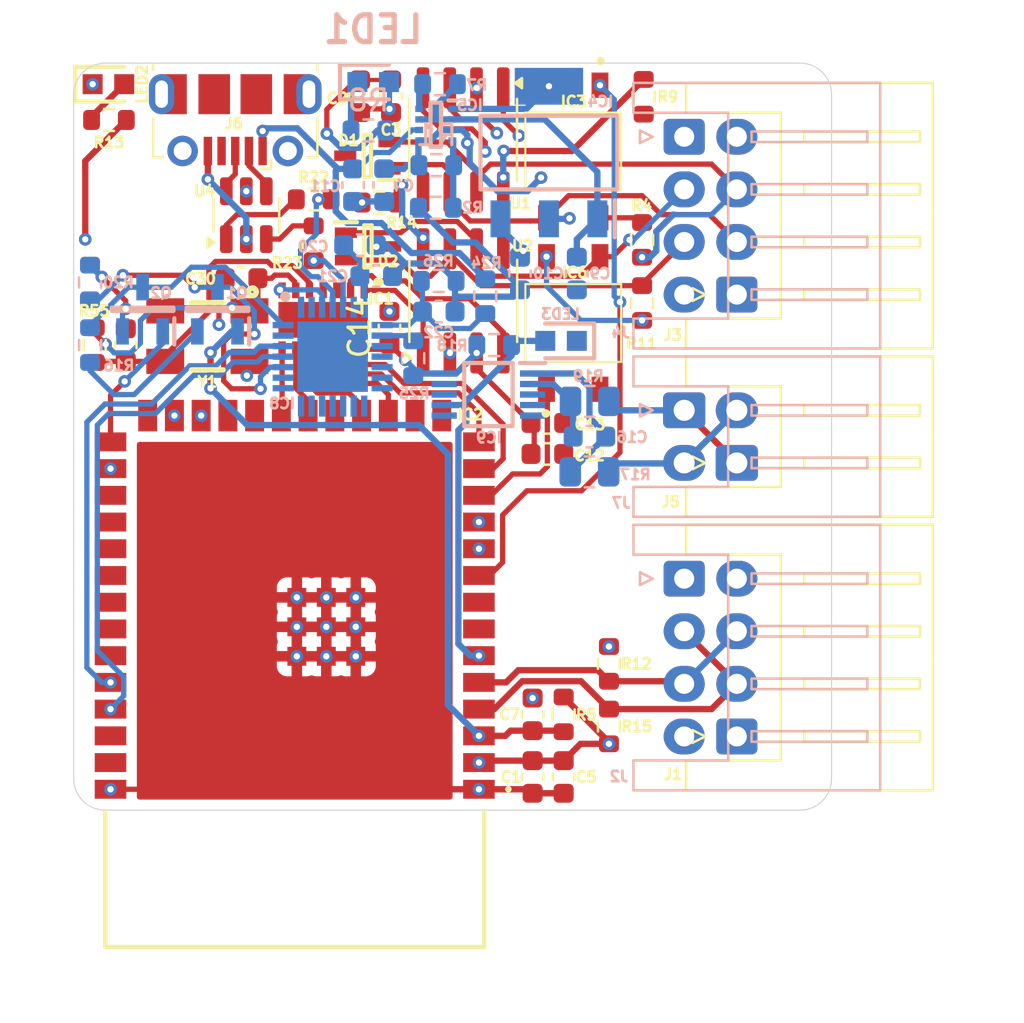
<source format=kicad_pcb>
(kicad_pcb (version 20241229) (generator "pcbnew") (generator_version "9.0")
  (layers (0 "F.Cu" signal) (4 "In1.Cu" signal) (6 "In2.Cu" signal) (2 "B.Cu" signal) (13 "F.Paste" user) (15 "B.Paste" user) (5 "F.SilkS" user "F.Silkscreen") (7 "B.SilkS" user "B.Silkscreen") (1 "F.Mask" user) (3 "B.Mask" user) (25 "Edge.Cuts" user))
  (net 0 "")
  (net 1 "+3.3V")
  (net 2 "GND")
  (net 3 "VCC")
  (net 4 "/CHIP_PU")
  (net 5 "+5V")
  (net 6 "VBUS")
  (net 7 "Net-(IC9-IN+)")
  (net 8 "Net-(IC9-IN-)")
  (net 9 "Net-(IC8-VBUS)")
  (net 10 "Net-(IC1-OSC2)")
  (net 11 "Net-(IC1-OSC1)")
  (net 12 "/CAN1-")
  (net 13 "/CAN1+")
  (net 14 "/CAN2+")
  (net 15 "/CAN2-")
  (net 16 "/CAN_2_INT")
  (net 17 "/I2C1_SDA")
  (net 18 "/UORXD")
  (net 21 "/CAN_2_INT1")
  (net 25 "/UOTXD")
  (net 26 "/USER_LED")
  (net 27 "/SPI_SCK")
  (net 28 "/SPI_MOSI")
  (net 35 "/CAN2_TERM")
  (net 37 "/CAN1_RTX")
  (net 38 "/I2C1_SCL")
  (net 39 "/HE_OUTPUT")
  (net 40 "/GPIO0")
  (net 41 "/CAN1_TERM")
  (net 43 "/CAN_2_INT0")
  (net 46 "/SPI_MISO")
  (net 47 "/CAN2_CS")
  (net 49 "/CAN1_CTX")
  (net 50 "Net-(IC3-Pad6)")
  (net 51 "Net-(IC5-PR1)")
  (net 52 "Net-(IC5-ST)")
  (net 53 "Net-(IC6-Pad6)")
  (net 63 "Net-(IC8-RSTB)")
  (net 64 "Net-(IC8-RTS)")
  (net 69 "/PROG_D+")
  (net 70 "/PROG_D-")
  (net 71 "Net-(IC8-DTR)")
  (net 78 "/WSPD-")
  (net 79 "/WSPD+")
  (net 80 "/USBM_D+")
  (net 82 "/USBM_D-")
  (net 91 "Net-(LED1-K)")
  (net 92 "Net-(LED2-A)")
  (net 93 "Net-(Q1-B)")
  (net 94 "Net-(Q2-B)")
  (net 95 "Net-(U1-Rs)")
  (net 96 "Net-(U2-Rs)")
  (net 97 "Net-(R22-Pad1)")
  (net 98 "Net-(R23-Pad2)")
  (net 100 "/CAN2_RTX")
  (net 102 "/CAN2_CTX")
  (net 105 "unconnected-(IC2-IO47-Pad24)")
  (net 106 "unconnected-(IC2-IO48-Pad25)")
  (footprint "Connector_USB:USB_Micro-B_Molex-105017-0001" (layer "F.Cu") (at 146.175 83.7125 180)
    (property "Reference" "J6")
    (property "Value" "ESP_USB")
  )
  (footprint "Capacitor_SMD:C_0603_1608Metric" (layer "F.Cu") (at 153.5 93.575 90)
    (property "Reference" "C14")
    (property "Value" "100nF")
  )
  (footprint "Capacitor_SMD:C_0603_1608Metric" (layer "F.Cu") (at 161 98.1)
    (property "Reference" "C13")
    (property "Value" "100nF")
  )
  (footprint "SDM_MiscFootprint:SOT65P210X110-3N" (layer "F.Cu") (at 152.48 89.71)
    (property "Reference" "D2")
    (property "Value" "ESDCAN03-2BWY" (hide yes))
  )
  (footprint "Resistor_SMD:R_0603_1608Metric" (layer "F.Cu") (at 165.5 92.4 90)
    (property "Reference" "R11")
    (property "Value" "120")
  )
  (footprint "SDM_MiscFootprint:SOT65P210X110-3N" (layer "F.Cu") (at 152.45 85.4 180)
    (property "Reference" "D1")
    (property "Value" "ESDCAN03-2BWY" (hide yes))
  )
  (footprint "SDM_MiscFootprint:SON65P300X450X90-15L-D" (layer "F.Cu") (at 150.35 93.2 -90)
    (property "Reference" "IC1")
    (property "Value" "MCP2518FDT-H_QBB" (hide yes))
  )
  (footprint "Connector_JST:JST_XH_S4B-XH-A_1x04_P2.50mm_Horizontal" (layer "F.Cu") (at 170 113 90)
    (property "Reference" "J1")
    (property "Value" "Conn_01x04_Socket")
  )
  (footprint "Resistor_SMD:R_0603_1608Metric" (layer "F.Cu") (at 149.9 89.56 90)
    (property "Reference" "R23")
    (property "Value" "27")
  )
  (footprint "Resistor_SMD:R_0603_1608Metric" (layer "F.Cu") (at 165.575 82.6 90)
    (property "Reference" "R9")
    (property "Value" "10k")
  )
  (footprint "Capacitor_SMD:C_0603_1608Metric" (layer "F.Cu") (at 146.475 91.225 180)
    (property "Reference" "C30")
    (property "Value" "15pF")
  )
  (footprint "Resistor_SMD:R_0603_1608Metric" (layer "F.Cu") (at 149.9 87.475)
    (property "Reference" "R22")
    (property "Value" "27")
  )
  (footprint "Resistor_SMD:R_0603_1608Metric" (layer "F.Cu") (at 140.175 83.7 180)
    (property "Reference" "R13")
    (property "Value" "5.05")
  )
  (footprint "MountingHole:MountingHole_3.2mm_M3" (layer "F.Cu") (at 162 105)
    (property "Reference" "H2" (hide yes))
    (property "Value" "M3")
  )
  (footprint "SDM_MiscFootprint:ESP32S3WROOM1N8R8" (layer "F.Cu") (at 149 110.25 180)
    (property "Reference" "IC2")
    (property "Value" "ESP32-S3-WROOM-1-N8R8" (hide yes))
  )
  (footprint "SDM_MiscFootprint:TLP266J" (layer "F.Cu") (at 162.23 85.25 -90)
    (property "Reference" "IC3")
    (property "Value" "TLP175A_TPL,E" (hide yes))
  )
  (footprint "Connector_JST:JST_XH_S4B-XH-A_1x04_P2.50mm_Horizontal" (layer "F.Cu") (at 170 92 90)
    (property "Reference" "J3")
    (property "Value" "Conn_01x04_Socket")
  )
  (footprint "Resistor_SMD:R_0603_1608Metric" (layer "F.Cu") (at 161.775 111.95 -90)
    (property "Reference" "R5")
    (property "Value" "10k")
  )
  (footprint "SDM_MiscFootprint:TLP266J" (layer "F.Cu") (at 162.23 93.3 90)
    (property "Reference" "IC6")
    (property "Value" "TLP175A_TPL,E" (hide yes))
  )
  (footprint "Resistor_SMD:R_0603_1608Metric" (layer "F.Cu") (at 139.5 94.4 90)
    (property "Reference" "R55")
    (property "Value" "1M")
  )
  (footprint "Package_TO_SOT_SMD:SOT-23-6" (layer "F.Cu") (at 146.7 88.225 90)
    (property "Reference" "U4")
    (property "Value" "USBLC6-2SC6")
  )
  (footprint "Capacitor_SMD:C_0603_1608Metric" (layer "F.Cu") (at 160.3 114.925 -90)
    (property "Reference" "C1")
    (property "Value" "10uF")
  )
  (footprint "Capacitor_SMD:C_0603_1608Metric" (layer "F.Cu") (at 152.1 82.575 90)
    (property "Reference" "C2")
    (property "Value" "100nF")
  )
  (footprint "Resistor_SMD:R_0603_1608Metric" (layer "F.Cu") (at 163.925 109.55 90)
    (property "Reference" "R12")
    (property "Value" "2.2k")
  )
  (footprint "Capacitor_SMD:C_0603_1608Metric" (layer "F.Cu") (at 161 99.575)
    (property "Reference" "C12")
    (property "Value" "100nF")
  )
  (footprint "Capacitor_SMD:C_0603_1608Metric" (layer "F.Cu") (at 160.3 111.95 90)
    (property "Reference" "C7")
    (property "Value" "1uF")
  )
  (footprint "Connector_JST:JST_XH_S2B-XH-A_1x02_P2.50mm_Horizontal" (layer "F.Cu") (at 170 100 90)
    (property "Reference" "J5")
    (property "Value" "Conn_01x02_Socket")
  )
  (footprint "SDM_MiscFootprint:LEDC1608X80N" (layer "F.Cu") (at 140.15 82)
    (property "Reference" "LED2")
    (property "Value" "150060GS75000" (hide yes))
  )
  (footprint "SDM_MiscFootprint:ABM3B" (layer "F.Cu") (at 144.85 93.975 180)
    (property "Reference" "Y1")
    (property "Value" "ABM3B-20.000MHZ-10-1-U-T" (hide yes))
  )
  (footprint "MountingHole:MountingHole_3.2mm_M3" (layer "F.Cu") (at 142 88.5)
    (property "Reference" "H1" (hide yes))
    (property "Value" "M3")
  )
  (footprint "Package_SO:SOIC-8_3.9x4.9mm_P1.27mm" (layer "F.Cu") (at 157.005 92.3 90)
    (property "Reference" "U2")
    (property "Value" "SN65HVD230")
  )
  (footprint "Resistor_SMD:R_0603_1608Metric" (layer "F.Cu") (at 153.025 87.625)
    (property "Reference" "R14")
    (property "Value" "10k")
  )
  (footprint "Package_SO:SOIC-8_3.9x4.9mm_P1.27mm" (layer "F.Cu") (at 157 84.65 -90)
    (property "Reference" "U1")
    (property "Value" "SN65HVD230")
  )
  (footprint "Capacitor_SMD:C_0603_1608Metric" (layer "F.Cu") (at 153.575 82.575 90)
    (property "Reference" "C3")
    (property "Value" "100nF")
  )
  (footprint "Resistor_SMD:R_0603_1608Metric" (layer "F.Cu") (at 163.925 112.525 90)
    (property "Reference" "R15")
    (property "Value" "2.2k")
  )
  (footprint "Capacitor_SMD:C_0603_1608Metric" (layer "F.Cu") (at 161.775 114.925 -90)
    (property "Reference" "C5")
    (property "Value" "100nF")
  )
  (footprint "Capacitor_SMD:C_0603_1608Metric" (layer "F.Cu") (at 140.975 94.4 -90)
    (property "Reference" "C29" (hide yes))
    (property "Value" "15pF")
  )
  (footprint "Resistor_SMD:R_0603_1608Metric" (layer "F.Cu") (at 165.5 89.4 -90)
    (property "Reference" "R4")
    (property "Value" "120")
  )
  (footprint "Resistor_SMD:R_0603_1608Metric" (layer "B.Cu") (at 152.5 84.2 180)
    (property "Reference" "R8")
    (property "Value" "68")
  )
  (footprint "SDM_MiscFootprint:QFN50P500X500X80-29N-D" (layer "B.Cu") (at 150.8 94.95 -90)
    (property "Reference" "IC8")
    (property "Value" "CP2102N-A02-GQFN28" (hide yes))
  )
  (footprint "SDM_MiscFootprint:LEDC1608X80N" (layer "B.Cu") (at 152.725 81.9)
    (property "Reference" "LED1")
    (property "Value" "150060RS75000" (hide yes))
  )
  (footprint "Capacitor_SMD:C_0603_1608Metric" (layer "B.Cu") (at 151.775 86.8 90)
    (property "Reference" "C11")
    (property "Value" "1uF")
  )
  (footprint "Resistor_SMD:R_0603_1608Metric" (layer "B.Cu") (at 139.275 91.425 -90)
    (property "Reference" "R20")
    (property "Value" "10k")
  )
  (footprint "SDM_MiscFootprint:SOP50P490X110-10L" (layer "B.Cu") (at 158.2 96.75 180)
    (property "Reference" "IC9")
    (property "Value" "MAX9924UAUB+" (hide yes))
  )
  (footprint "SDM_MiscFootprint:LEDC1608X80N" (layer "B.Cu") (at 161.65 94.2 180)
    (property "Reference" "LED3")
    (property "Value" "150060RS75000" (hide yes))
  )
  (footprint "Capacitor_SMD:C_0603_1608Metric" (layer "B.Cu") (at 152.1 89.65)
    (property "Reference" "C20")
    (property "Value" "4.7uF")
  )
  (footprint "Capacitor_SMD:C_0603_1608Metric" (layer "B.Cu") (at 155.84 92.81 180)
    (property "Reference" "C22")
    (property "Value" "1uF")
  )
  (footprint "Connector_JST:JST_XH_S4B-XH-A_1x04_P2.50mm_Horizontal" (layer "B.Cu") (at 167.5 105.5 -90)
    (property "Reference" "J2")
    (property "Value" "Conn_01x04_Socket")
  )
  (footprint "Connector_JST:JST_XH_S4B-XH-A_1x04_P2.50mm_Horizontal" (layer "B.Cu") (at 167.5 84.5 -90)
    (property "Reference" "J4")
    (property "Value" "Conn_01x04_Socket")
  )
  (footprint "Capacitor_SMD:C_0603_1608Metric" (layer "B.Cu") (at 163 98.75 180)
    (property "Reference" "C16")
    (property "Value" "1nF")
  )
  (footprint "Resistor_SMD:R_0603_1608Metric" (layer "B.Cu") (at 158.475 94.4)
    (property "Reference" "R18")
    (property "Value" "1k")
  )
  (footprint "Capacitor_SMD:C_0603_1608Metric" (layer "B.Cu") (at 159.7 91 90)
    (property "Reference" "C10")
    (property "Value" "10uF")
  )
  (footprint "Capacitor_SMD:C_0603_1608Metric" (layer "B.Cu") (at 152.87 91.12 180)
    (property "Reference" "C21")
    (property "Value" "100nF")
  )
  (footprint "Capacitor_SMD:C_0603_1608Metric" (layer "B.Cu") (at 162.4 91 90)
    (property "Reference" "C9")
    (property "Value" "10uF")
  )
  (footprint "Resistor_SMD:R_0805_2012Metric" (layer "B.Cu") (at 163.0125 97.075 180)
    (property "Reference" "R19")
    (property "Value" "10k")
  )
  (footprint "SDM_MiscFootprint:SOT230P700X180-4N" (layer "B.Cu") (at 161.075 85.25 90)
    (property "Reference" "IC4")
    (property "Value" "MIC37100-3.3WS" (hide yes))
  )
  (footprint "Connector_JST:JST_XH_S2B-XH-A_1x02_P2.50mm_Horizontal" (layer "B.Cu") (at 167.5 97.5 -90)
    (property "Reference" "J7")
    (property "Value" "Conn_01x02_Socket")
  )
  (footprint "Resistor_SMD:R_0603_1608Metric" (layer "B.Cu") (at 158.05 92.075 90)
    (property "Reference" "R24")
    (property "Value" "22.1K")
  )
  (footprint "Resistor_SMD:R_0603_1608Metric" (layer "B.Cu") (at 139.28 94.4 90)
    (property "Reference" "R16")
    (property "Value" "10k")
  )
  (footprint "Resistor_SMD:R_0603_1608Metric" (layer "B.Cu") (at 155.9 82)
    (property "Reference" "R7")
    (property "Value" "10k")
  )
  (footprint "Resistor_SMD:R_0603_1608Metric" (layer "B.Cu") (at 155.84 91.35)
    (property "Reference" "R26")
    (property "Value" "47.5k")
  )
  (footprint "Resistor_SMD:R_0805_2012Metric" (layer "B.Cu") (at 163 100.425 180)
    (property "Reference" "R17")
    (property "Value" "10k")
  )
  (footprint "Resistor_SMD:R_0603_1608Metric" (layer "B.Cu") (at 154.63 95.025 -90)
    (property "Reference" "R25")
    (property "Value" "1k")
  )
  (footprint "Resistor_SMD:R_0603_1608Metric" (layer "B.Cu") (at 155.7 87.875)
    (property "Reference" "R2")
    (property "Value" "10k")
  )
  (footprint "SDM_MiscFootprint:SOT96P237X111-3N" (layer "B.Cu") (at 141.775 92.7 90)
    (property "Reference" "Q2")
    (property "Value" "SOT96P237X111-3N" (hide yes))
  )
  (footprint "SDM_MiscFootprint:SOTFL50P160X60-8L" (layer "B.Cu") (at 155.7 83.925 180)
    (property "Reference" "IC5")
    (property "Value" "TPS2116DRLR" (hide yes))
  )
  (footprint "Resistor_SMD:R_0603_1608Metric" (layer "B.Cu") (at 155.725 85.85 180)
    (property "Reference" "R1")
    (property "Value" "10k")
  )
  (footprint "Capacitor_SMD:C_0603_1608Metric" (layer "B.Cu") (at 153.25 86.8 90)
    (property "Reference" "C4")
    (property "Value" "1uF")
  )
  (footprint "SDM_MiscFootprint:SOT96P237X111-3N" (layer "B.Cu") (at 145.33 92.7 90)
    (property "Reference" "Q1")
    (property "Value" "SOT96P237X111-3N" (hide yes))
  )
  (gr_line (start 138.5 115) (end 138.5 82.5) (stroke (width 0.05)) (layer "Edge.Cuts"))
  (gr_arc (start 140 116.5) (mid 138.93934 116.06066) (end 138.5 115) (stroke (width 0.05)) (layer "Edge.Cuts"))
  (gr_line (start 140 81) (end 173 81) (stroke (width 0.05)) (layer "Edge.Cuts"))
  (gr_arc (start 138.5 82.5) (mid 138.93934 81.43934) (end 140 81) (stroke (width 0.05)) (layer "Edge.Cuts"))
  (gr_line (start 174.5 82.5) (end 174.5 115) (stroke (width 0.05)) (layer "Edge.Cuts"))
  (gr_line (start 173 116.5) (end 140 116.5) (stroke (width 0.05)) (layer "Edge.Cuts"))
  (gr_arc (start 174.5 115) (mid 174.06066 116.06066) (end 173 116.5) (stroke (width 0.05)) (layer "Edge.Cuts"))
  (gr_arc (start 173 81) (mid 174.06066 81.43934) (end 174.5 82.5) (stroke (width 0.05)) (layer "Edge.Cuts"))
  (segment (start 156.365 82.175) (end 156.365 83.149999) (width 0.25) (layer "F.Cu") (net 1))
  (segment (start 157.84 114.15) (end 157.75 114.24) (width 0.3) (layer "F.Cu") (net 1))
  (segment (start 160.225 98.1) (end 157.64 95.515) (width 0.25) (layer "F.Cu") (net 1))
  (segment (start 162.575 113.35) (end 161.775 114.15) (width 0.3) (layer "F.Cu") (net 1))
  (segment (start 163.925 113.275) (end 163.925 113.35) (width 0.3) (layer "F.Cu") (net 1))
  (segment (start 161.775 111.125) (end 163.925 113.275) (width 0.3) (layer "F.Cu") (net 1))
  (segment (start 156.365 83.149999) (end 156.888001 83.673) (width 0.25) (layer "F.Cu") (net 1))
  (segment (start 157.64 95.515) (end 157.64 94.775) (width 0.25) (layer "F.Cu") (net 1))
  (segment (start 160.3 114.15) (end 157.84 114.15) (width 0.3) (layer "F.Cu") (net 1))
  (segment (start 153.5 83.175) (end 153.575 83.175) (width 0.25) (layer "F.Cu") (net 1))
  (segment (start 156.888001 83.673) (end 157.948 83.673) (width 0.25) (layer "F.Cu") (net 1))
  (segment (start 163.925 113.35) (end 162.575 113.35) (width 0.3) (layer "F.Cu") (net 1))
  (segment (start 152.1 83.175) (end 153.5 83.175) (width 0.25) (layer "F.Cu") (net 1))
  (segment (start 157.948 83.673) (end 158.6 84.325) (width 0.25) (layer "F.Cu") (net 1))
  (segment (start 160.375 99.575) (end 160.375 98.1) (width 0.25) (layer "F.Cu") (net 1))
  (segment (start 153.5 94.35) (end 154.25 95.1) (width 0.25) (layer "F.Cu") (net 1))
  (segment (start 153.5 94.35) (end 153.25 94.6) (width 0.25) (layer "F.Cu") (net 1))
  (segment (start 153.25 94.6) (end 152.3 94.6) (width 0.25) (layer "F.Cu") (net 1))
  (segment (start 161.775 114.15) (end 160.3 114.15) (width 0.3) (layer "F.Cu") (net 1))
  (via (at 157.64 94.775) (size 0.6) (drill 0.3) (layers "F.Cu" "B.Cu") (net 1))
  (via (at 163.925 108.725) (size 0.6) (drill 0.3) (layers "F.Cu" "B.Cu") (net 1))
  (via (at 158.6 84.325) (size 0.6) (drill 0.3) (layers "F.Cu" "B.Cu") (net 1))
  (via (at 157.75 114.24) (size 0.6) (drill 0.3) (layers "F.Cu" "B.Cu") (net 1))
  (via (at 154.25 95.1) (size 0.6) (drill 0.3) (layers "F.Cu" "B.Cu") (net 1))
  (via (at 153.5 83.175) (size 0.6) (drill 0.3) (layers "F.Cu" "B.Cu") (net 1))
  (via (at 163.925 113.35) (size 0.6) (drill 0.3) (layers "F.Cu" "B.Cu") (net 1))
  (via (at 159.85 89.925) (size 0.6) (drill 0.3) (layers "F.Cu" "B.Cu") (net 1))
  (segment (start 156.1 95.75) (end 154.73 95.75) (width 0.3) (layer "B.Cu") (net 1))
  (segment (start 152.095 91.12) (end 152.095 90.42) (width 0.25) (layer "B.Cu") (net 1))
  (segment (start 157.64 94.775) (end 157.64 94.41) (width 0.25) (layer "B.Cu") (net 1))
  (segment (start 156.1 95.75) (end 156.665 95.75) (width 0.3) (layer "B.Cu") (net 1))
  (segment (start 152.3 91.325) (end 152.095 91.12) (width 0.25) (layer "B.Cu") (net 1))
  (segment (start 158.775 88.85) (end 159.85 89.925) (width 0.3) (layer "B.Cu") (net 1))
  (segment (start 154.63 95.48) (end 154.25 95.1) (width 0.25) (layer "B.Cu") (net 1))
  (segment (start 152.3 92.6) (end 152.3 91.325) (width 0.25) (layer "B.Cu") (net 1))
  (segment (start 159.7 90.075) (end 159.85 89.925) (width 0.3) (layer "B.Cu") (net 1))
  (segment (start 151.8 92.6) (end 152.3 92.6) (width 0.25) (layer "B.Cu") (net 1))
  (segment (start 158.775 88.4) (end 158.775 88.85) (width 0.3) (layer "B.Cu") (net 1))
  (segment (start 157.64 94.41) (end 157.65 94.4) (width 0.25) (layer "B.Cu") (net 1))
  (segment (start 154.63 95.85) (end 154.63 95.48) (width 0.25) (layer "B.Cu") (net 1))
  (segment (start 152.095 90.42) (end 151.325 89.65) (width 0.25) (layer "B.Cu") (net 1))
  (segment (start 156.665 95.75) (end 157.64 94.775) (width 0.3) (layer "B.Cu") (net 1))
  (segment (start 159.7 90.225) (end 159.7 90.075) (width 0.3) (layer "B.Cu") (net 1))
  (segment (start 153.5 83.175) (end 153.5 81.925) (width 0.25) (layer "B.Cu") (net 1))
  (segment (start 153.5 81.925) (end 153.475 81.9) (width 0.25) (layer "B.Cu") (net 1))
  (segment (start 154.73 95.75) (end 154.63 95.85) (width 0.3) (layer "B.Cu") (net 1))
  (segment (start 144.875 86.525) (end 144.875 85.175) (width 0.3) (layer "F.Cu") (net 2))
  (segment (start 156.01 115.51) (end 156 115.5) (width 0.3) (layer "F.Cu") (net 2))
  (segment (start 152.1 81.8) (end 153.575 81.8) (width 0.2) (layer "F.Cu") (net 2))
  (segment (start 140.25 115.51) (end 141.99 115.51) (width 0.25) (layer "F.Cu") (net 2))
  (segment (start 148.325 91.8) (end 148.3 91.775) (width 0.25) (layer "F.Cu") (net 2))
  (segment (start 160.11 115.51) (end 160.3 115.7) (width 0.3) (layer "F.Cu") (net 2))
  (segment (start 150.525 83.2) (end 150.525 84.35) (width 0.25) (layer "F.Cu") (net 2))
  (segment (start 145.4 91.525) (end 145.7 91.225) (width 0.25) (layer "F.Cu") (net 2))
  (segment (start 160.3 115.7) (end 161.775 115.7) (width 0.3) (layer "F.Cu") (net 2))
  (segment (start 145.4 93.43) (end 145.4 91.525) (width 0.25) (layer "F.Cu") (net 2))
  (segment (start 142 115.5) (end 141.99 115.51) (width 0.25) (layer "F.Cu") (net 2))
  (segment (start 146.725 95.3) (end 146.85 95.175) (width 0.25) (layer "F.Cu") (net 2))
  (segment (start 157.75 115.51) (end 160.11 115.51) (width 0.3) (layer "F.Cu") (net 2))
  (segment (start 152.1 81.625) (end 150.525 83.2) (width 0.25) (layer "F.Cu") (net 2))
  (segment (start 151.4 85.225) (end 150.525 84.35) (width 0.25) (layer "F.Cu") (net 2))
  (segment (start 157.75 115.51) (end 156.01 115.51) (width 0.3) (layer "F.Cu") (net 2))
  (segment (start 146.725 95.85) (end 146.725 95.3) (width 0.25) (layer "F.Cu") (net 2))
  (segment (start 148.4 91.8) (end 148.325 91.8) (width 0.25) (layer "F.Cu") (net 2))
  (via (at 151.9 106.39) (size 0.6) (drill 0.3) (layers "F.Cu" "B.Cu") (net 2))
  (via (at 150.5 106.39) (size 0.6) (drill 0.3) (layers "F.Cu" "B.Cu") (net 2))
  (via (at 157.75 115.51) (size 0.6) (drill 0.3) (layers "F.Cu" "B.Cu") (net 2))
  (via (at 162.05 88.375) (size 0.6) (drill 0.3) (layers "F.Cu" "B.Cu") (net 2))
  (via (at 148.3 91.775) (size 0.6) (drill 0.3) (layers "F.Cu" "B.Cu") (net 2))
  (via (at 140.25 115.51) (size 0.6) (drill 0.3) (layers "F.Cu" "B.Cu") (net 2))
  (via (at 157.635 82.175) (size 0.6) (drill 0.3) (layers "F.Cu" "B.Cu") (net 2))
  (via (at 151.9 107.79) (size 0.6) (drill 0.3) (layers "F.Cu" "B.Cu") (net 2))
  (via (at 150.5 107.79) (size 0.6) (drill 0.3) (layers "F.Cu" "B.Cu") (net 2))
  (via (at 156.37 94.775) (size 0.6) (drill 0.3) (layers "F.Cu" "B.Cu") (net 2))
  (via (at 149.1 106.39) (size 0.6) (drill 0.3) (layers "F.Cu" "B.Cu") (net 2))
  (via (at 153.5 92.8) (size 0.6) (drill 0.3) (layers "F.Cu" "B.Cu") (net 2))
  (via (at 150.525 84.35) (size 0.6) (drill 0.3) (layers "F.Cu" "B.Cu") (net 2))
  (via (at 146.7 89.3625) (size 0.6) (drill 0.3) (layers "F.Cu" "B.Cu") (net 2))
  (via (at 149.1 109.19) (size 0.6) (drill 0.3) (layers "F.Cu" "B.Cu") (net 2))
  (via (at 152.875 89.725) (size 0.6) (drill 0.3) (layers "F.Cu" "B.Cu") (net 2))
  (via (at 160.3 111.175) (size 0.6) (drill 0.3) (layers "F.Cu" "B.Cu") (net 2))
  (via (at 144.875 86.525) (size 0.6) (drill 0.3) (layers "F.Cu" "B.Cu") (net 2))
  (via (at 152.2 87.625) (size 0.6) (drill 0.3) (layers "F.Cu" "B.Cu") (net 2))
  (via (at 150.5 109.19) (size 0.6) (drill 0.3) (layers "F.Cu" "B.Cu") (net 2))
  (via (at 146.725 95.85) (size 0.6) (drill 0.3) (layers "F.Cu" "B.Cu") (net 2))
  (via (at 145.4 93.43) (size 0.6) (drill 0.3) (layers "F.Cu" "B.Cu") (net 2))
  (via (at 151.9 109.19) (size 0.6) (drill 0.3) (layers "F.Cu" "B.Cu") (net 2))
  (via (at 139.4 82) (size 0.6) (drill 0.3) (layers "F.Cu" "B.Cu") (net 2))
  (via (at 161.075 82.1) (size 0.6) (drill 0.3) (layers "F.Cu" "B.Cu") (net 2))
  (via (at 149.1 107.79) (size 0.6) (drill 0.3) (layers "F.Cu" "B.Cu") (net 2))
  (segment (start 154.241 90.524) (end 153.367 89.65) (width 0.3) (layer "B.Cu") (net 2))
  (segment (start 153.325 84.212386) (end 153.325 84.2) (width 0.3) (layer "B.Cu") (net 2))
  (segment (start 157.581774 89.522) (end 159.7 91.640226) (width 0.3) (layer "B.Cu") (net 2))
  (segment (start 150.08719 91.775) (end 148.3 91.775) (width 0.25) (layer "B.Cu") (net 2))
  (segment (start 156.615 92.81) (end 156.615 92.1) (width 0.3) (layer "B.Cu") (net 2))
  (segment (start 156.665 91.35) (end 155.839 90.524) (width 0.3) (layer "B.Cu") (net 2))
  (segment (start 146.7 88.35) (end 144.875 86.525) (width 0.3) (layer "B.Cu") (net 2))
  (segment (start 154.241 90.524) (end 153.645 91.12) (width 0.3) (layer "B.Cu") (net 2))
  (segment (start 159.7 91.640226) (end 159.7 91.775) (width 0.3) (layer "B.Cu") (net 2))
  (segment (start 155.839 90.524) (end 154.241 90.524) (width 0.3) (layer "B.Cu") (net 2))
  (segment (start 150.3 91.98781) (end 150.08719 91.775) (width 0.25) (layer "B.Cu") (net 2))
  (segment (start 153.325 84.2) (end 152.934774 84.2) (width 0.3) (layer "B.Cu") (net 2))
  (segment (start 153.367 89.65) (end 152.875 89.65) (width 0.3) (layer "B.Cu") (net 2))
  (segment (start 162.025 88.4) (end 162.05 88.375) (width 0.3) (layer "B.Cu") (net 2))
  (segment (start 150.3 92.6) (end 150.3 91.98781) (width 0.25) (layer "B.Cu") (net 2))
  (segment (start 156.488 83.175) (end 160 83.175) (width 0.3) (layer "B.Cu") (net 2))
  (segment (start 156.615 91.4) (end 156.665 91.35) (width 0.3) (layer "B.Cu") (net 2))
  (segment (start 153.25 87.575) (end 152.25 87.575) (width 0.3) (layer "B.Cu") (net 2))
  (segment (start 151.201 85.026) (end 150.525 84.35) (width 0.3) (layer "B.Cu") (net 2))
  (segment (start 152.934774 84.2) (end 152.108774 85.026) (width 0.3) (layer "B.Cu") (net 2))
  (segment (start 159.375 92.1) (end 159.7 91.775) (width 0.3) (layer "B.Cu") (net 2))
  (segment (start 156.522 89.522) (end 157.581774 89.522) (width 0.3) (layer "B.Cu") (net 2))
  (segment (start 154.875 87.875) (end 156.522 89.522) (width 0.3) (layer "B.Cu") (net 2))
  (segment (start 152.108774 85.026) (end 151.201 85.026) (width 0.3) (layer "B.Cu") (net 2))
  (segment (start 154.825 87.625) (end 154.875 87.675) (width 0.25) (layer "B.Cu") (net 2))
  (segment (start 156.615 92.1) (end 156.615 91.4) (width 0.3) (layer "B.Cu") (net 2))
  (segment (start 152.25 87.575) (end 152.2 87.625) (width 0.3) (layer "B.Cu") (net 2))
  (segment (start 160 83.175) (end 161.075 82.1) (width 0.3) (layer "B.Cu") (net 2))
  (segment (start 161.075 88.4) (end 162.025 88.4) (width 0.3) (layer "B.Cu") (net 2))
  (segment (start 146.7 89.3625) (end 146.7 88.35) (width 0.3) (layer "B.Cu") (net 2))
  (segment (start 156.615 92.1) (end 159.375 92.1) (width 0.3) (layer "B.Cu") (net 2))
  (via (at 160.7 86.44) (size 0.6) (drill 0.3) (layers "F.Cu" "B.Cu") (net 3))
  (via (at 157.2 84.8) (size 0.6) (drill 0.3) (layers "F.Cu" "B.Cu") (net 3))
  (segment (start 160.059 87.081) (end 160.7 86.44) (width 0.3) (layer "B.Cu") (net 3))
  (segment (start 154.875 85.875) (end 154.875 84.712) (width 0.3) (layer "B.Cu") (net 3))
  (segment (start 158.635346 87.081) (end 160.059 87.081) (width 0.3) (layer "B.Cu") (net 3))
  (segment (start 155.4515 84.675) (end 154.912 84.675) (width 0.3) (layer "B.Cu") (net 3))
  (segment (start 157.31 84.91) (end 157.31 85.755654) (width 0.3) (layer "B.Cu") (net 3))
  (segment (start 156.488 84.175) (end 156.950997 84.175) (width 0.3) (layer "B.Cu") (net 3))
  (segment (start 157.31 85.755654) (end 158.635346 87.081) (width 0.3) (layer "B.Cu") (net 3))
  (segment (start 157.2 84.424003) (end 157.2 84.8) (width 0.3) (layer "B.Cu") (net 3))
  (segment (start 154.175 86.025) (end 153.25 86.025) (width 0.3) (layer "B.Cu") (net 3))
  (segment (start 156.950997 84.175) (end 157.2 84.424003) (width 0.3) (layer "B.Cu") (net 3))
  (segment (start 154.725 86.025) (end 154.9 85.85) (width 0.3) (layer "B.Cu") (net 3))
  (segment (start 155.9515 84.175) (end 155.4515 84.675) (width 0.3) (layer "B.Cu") (net 3))
  (segment (start 154.875 84.712) (end 154.912 84.675) (width 0.3) (layer "B.Cu") (net 3))
  (segment (start 157.2 84.8) (end 157.31 84.91) (width 0.3) (layer "B.Cu") (net 3))
  (segment (start 154.9 85.85) (end 154.35 85.85) (width 0.3) (layer "B.Cu") (net 3))
  (segment (start 156.488 84.175) (end 155.9515 84.175) (width 0.3) (layer "B.Cu") (net 3))
  (segment (start 154.35 85.85) (end 154.175 86.025) (width 0.3) (layer "B.Cu") (net 3))
  (segment (start 159.25 112.725) (end 160.3 112.725) (width 0.3) (layer "F.Cu") (net 4))
  (segment (start 145 96.45782) (end 145 94.75682) (width 0.3) (layer "F.Cu") (net 4))
  (segment (start 145 94.75682) (end 144.999 94.75582) (width 0.3) (layer "F.Cu") (net 4))
  (segment (start 159.005 112.97) (end 159.25 112.725) (width 0.3) (layer "F.Cu") (net 4))
  (segment (start 161.725 112.725) (end 161.775 112.775) (width 0.3) (layer "F.Cu") (net 4))
  (segment (start 157.75 112.97) (end 159.005 112.97) (width 0.3) (layer "F.Cu") (net 4))
  (segment (start 160.3 112.725) (end 161.725 112.725) (width 0.3) (layer "F.Cu") (net 4))
  (via (at 145 96.45782) (size 0.6) (drill 0.3) (layers "F.Cu" "B.Cu") (net 4))
  (via (at 144.999 94.75582) (size 0.6) (drill 0.3) (layers "F.Cu" "B.Cu") (net 4))
  (via (at 157.75 112.97) (size 0.6) (drill 0.3) (layers "F.Cu" "B.Cu") (net 4))
  (segment (start 146.74218 98.2) (end 154.9 98.2) (width 0.3) (layer "B.Cu") (net 4))
  (segment (start 154.9 98.2) (end 156.274 99.574) (width 0.3) (layer "B.Cu") (net 4))
  (segment (start 146.285 93.75) (end 146.00482 93.75) (width 0.3) (layer "B.Cu") (net 4))
  (segment (start 156.274 99.574) (end 156.274 111.494) (width 0.3) (layer "B.Cu") (net 4))
  (segment (start 146.00482 93.75) (end 144.999 94.75582) (width 0.3) (layer "B.Cu") (net 4))
  (segment (start 156.274 111.494) (end 157.75 112.97) (width 0.3) (layer "B.Cu") (net 4))
  (segment (start 145 96.45782) (end 146.74218 98.2) (width 0.3) (layer "B.Cu") (net 4))
  (segment (start 163.375 86.175) (end 163.375 88.4) (width 0.3) (layer "B.Cu") (net 5))
  (segment (start 156.488 83.675) (end 155.7 83.675) (width 0.3) (layer "B.Cu") (net 5))
  (segment (start 156.725 82) (end 155.7 83.025) (width 0.3) (layer "B.Cu") (net 5))
  (segment (start 160.875 83.675) (end 163.375 86.175) (width 0.3) (layer "B.Cu") (net 5))
  (segment (start 155.7 83.675) (end 154.912 83.675) (width 0.3) (layer "B.Cu") (net 5))
  (segment (start 155.7 83.025) (end 155.7 83.675) (width 0.3) (layer "B.Cu") (net 5))
  (segment (start 162.4 89.375) (end 163.375 88.4) (width 0.3) (layer "B.Cu") (net 5))
  (segment (start 162.4 90.325) (end 162.4 89.375) (width 0.3) (layer "B.Cu") (net 5))
  (segment (start 156.488 83.675) (end 160.875 83.675) (width 0.3) (layer "B.Cu") (net 5))
  (segment (start 156.725 81.8) (end 156.5 81.8) (width 0.3) (layer "B.Cu") (net 5))
  (segment (start 147.475 85.175) (end 147.475 84.225) (width 0.3) (layer "F.Cu") (net 6))
  (via (at 147.475 84.225) (size 0.6) (drill 0.3) (layers "F.Cu" "B.Cu") (net 6))
  (via (at 146.7 87.0875) (size 0.6) (drill 0.3) (layers "F.Cu" "B.Cu") (net 6))
  (segment (start 150.949 86.122694) (end 151.046694 86.025) (width 0.3) (layer "B.Cu") (net 6))
  (segment (start 151.046694 86.025) (end 151.775 86.025) (width 0.3) (layer "B.Cu") (net 6))
  (segment (start 151.504178 88.6) (end 150.949 88.044822) (width 0.3) (layer "B.Cu") (net 6))
  (segment (start 158.05 91.25) (end 156.823 90.023) (width 0.3) (layer "B.Cu") (net 6))
  (segment (start 154.574418 84.175) (end 154.912 84.175) (width 0.25) (layer "B.Cu") (net 6))
  (segment (start 147.475 84.225) (end 147.601 84.099) (width 0.3) (layer "B.Cu") (net 6))
  (segment (start 147.601 84.099) (end 149.120694 84.099) (width 0.3) (layer "B.Cu") (net 6))
  (segment (start 149.120694 84.099) (end 151.046694 86.025) (width 0.3) (layer "B.Cu") (net 6))
  (segment (start 156.823 90.023) (end 154.543822 90.023) (width 0.3) (layer "B.Cu") (net 6))
  (segment (start 151.775 86.025) (end 151.989534 86.025) (width 0.25) (layer "B.Cu") (net 6))
  (segment (start 153.120822 88.6) (end 151.504178 88.6) (width 0.3) (layer "B.Cu") (net 6))
  (segment (start 151.989534 86.025) (end 152.765534 85.249) (width 0.25) (layer "B.Cu") (net 6))
  (segment (start 151.573347 86.226653) (end 151.775 86.025) (width 0.3) (layer "B.Cu") (net 6))
  (segment (start 150.949 88.044822) (end 150.949 86.122694) (width 0.3) (layer "B.Cu") (net 6))
  (segment (start 153.500418 85.249) (end 154.574418 84.175) (width 0.25) (layer "B.Cu") (net 6))
  (segment (start 154.543822 90.023) (end 153.120822 88.6) (width 0.3) (layer "B.Cu") (net 6))
  (segment (start 152.765534 85.249) (end 153.500418 85.249) (width 0.25) (layer "B.Cu") (net 6))
  (segment (start 163 96.40563) (end 162.34437 95.75) (width 0.3) (layer "B.Cu") (net 7))
  (segment (start 163.775 98.75) (end 163.775 98.625) (width 0.3) (layer "B.Cu") (net 7))
  (segment (start 162.1 100.425) (end 163.775 98.75) (width 0.3) (layer "B.Cu") (net 7))
  (segment (start 163.775 98.625) (end 163 97.85) (width 0.3) (layer "B.Cu") (net 7))
  (segment (start 162.34437 95.75) (end 160.3 95.75) (width 0.3) (layer "B.Cu") (net 7))
  (segment (start 163 97.85) (end 163 96.40563) (width 0.3) (layer "B.Cu") (net 7))
  (segment (start 162.0875 100.425) (end 162.1 100.425) (width 0.3) (layer "B.Cu") (net 7))
  (segment (start 162.225 97.2) (end 162.1 97.075) (width 0.3) (layer "B.Cu") (net 8))
  (segment (start 161.275 96.25) (end 162.1 97.075) (width 0.3) (layer "B.Cu") (net 8))
  (segment (start 162.225 98.75) (end 162.225 98.725) (width 0.3) (layer "B.Cu") (net 8))
  (segment (start 162.225 98.725) (end 162.375 98.575) (width 0.3) (layer "B.Cu") (net 8))
  (segment (start 160.3 96.25) (end 161.275 96.25) (width 0.3) (layer "B.Cu") (net 8))
  (segment (start 162.225 98.75) (end 162.225 97.2) (width 0.3) (layer "B.Cu") (net 8))
  (segment (start 155.065 92.81) (end 155.065 91.4) (width 0.25) (layer "B.Cu") (net 9))
  (segment (start 155.065 91.4) (end 155.015 91.35) (width 0.25) (layer "B.Cu") (net 9))
  (segment (start 155.065 92.81) (end 155.866 93.611) (width 0.25) (layer "B.Cu") (net 9))
  (segment (start 157.339 93.611) (end 158.05 92.9) (width 0.25) (layer "B.Cu") (net 9))
  (segment (start 155.866 93.611) (end 157.339 93.611) (width 0.25) (layer "B.Cu") (net 9))
  (segment (start 155.015 91.35) (end 155.015 91.02) (width 0.25) (layer "B.Cu") (net 9))
  (segment (start 155.065 92.81) (end 154.425 93.45) (width 0.25) (layer "B.Cu") (net 9))
  (segment (start 154.425 93.45) (end 153.15 93.45) (width 0.25) (layer "B.Cu") (net 9))
  (segment (start 149.7 91.8) (end 149.7 91.44) (width 0.25) (layer "F.Cu") (net 10))
  (segment (start 147.909466 90.624) (end 147.709466 90.424) (width 0.25) (layer "F.Cu") (net 10))
  (segment (start 145.240534 90.424) (end 144.924 90.740534) (width 0.25) (layer "F.Cu") (net 10))
  (segment (start 144.93 92.6) (end 144.93 92.81) (width 0.25) (layer "F.Cu") (net 10))
  (segment (start 144.93 92.81) (end 142.85 94.89) (width 0.25) (layer "F.Cu") (net 10))
  (segment (start 142.85 95.175) (end 140.975 95.175) (width 0.25) (layer "F.Cu") (net 10))
  (segment (start 147.709466 90.424) (end 145.240534 90.424) (width 0.25) (layer "F.Cu") (net 10))
  (segment (start 142.85 94.89) (end 142.85 95.175) (width 0.25) (layer "F.Cu") (net 10))
  (segment (start 144.924 92.594) (end 144.93 92.6) (width 0.25) (layer "F.Cu") (net 10))
  (segment (start 139.55 95.175) (end 139.5 95.225) (width 0.25) (layer "F.Cu") (net 10))
  (segment (start 144.924 90.740534) (end 144.924 92.594) (width 0.25) (layer "F.Cu") (net 10))
  (segment (start 149.7 91.44) (end 148.884 90.624) (width 0.25) (layer "F.Cu") (net 10))
  (segment (start 148.884 90.624) (end 147.909466 90.624) (width 0.25) (layer "F.Cu") (net 10))
  (segment (start 140.975 95.175) (end 139.55 95.175) (width 0.25) (layer "F.Cu") (net 10))
  (segment (start 139.5 93.575) (end 139.5 93.845305) (width 0.25) (layer "F.Cu") (net 11))
  (segment (start 146.85 92.325) (end 146.25 92.775) (width 0.25) (layer "F.Cu") (net 11))
  (segment (start 149.05 91.8) (end 149 91.75) (width 0.25) (layer "F.Cu") (net 11))
  (segment (start 147.9 91.225) (end 147.25 91.225) (width 0.25) (layer "F.Cu") (net 11))
  (segment (start 149 91.39) (end 148.685 91.075) (width 0.25) (layer "F.Cu") (net 11))
  (segment (start 148.05 91.075) (end 147.9 91.225) (width 0.25) (layer "F.Cu") (net 11))
  (segment (start 147.25 92.375) (end 147.25 91.225) (width 0.25) (layer "F.Cu") (net 11))
  (segment (start 146.175 92.775) (end 146.025 92.625) (width 0.25) (layer "F.Cu") (net 11))
  (segment (start 148.685 91.075) (end 148.05 91.075) (width 0.25) (layer "F.Cu") (net 11))
  (segment (start 149 91.75) (end 149 91.39) (width 0.25) (layer "F.Cu") (net 11))
  (segment (start 146.85 92.775) (end 146.175 92.775) (width 0.25) (layer "F.Cu") (net 11))
  (segment (start 146.25 92.775) (end 147.25 92.375) (width 0.25) (layer "F.Cu") (net 11))
  (segment (start 139.5 93.845305) (end 140.019999 94.365304) (width 0.25) (layer "F.Cu") (net 11))
  (via (at 146.025 92.625) (size 0.6) (drill 0.3) (layers "F.Cu" "B.Cu") (net 11))
  (via (at 140.019999 94.365304) (size 0.6) (drill 0.3) (layers "F.Cu" "B.Cu") (net 11))
  (segment (start 141.67 93.233) (end 142.278 92.625) (width 0.25) (layer "B.Cu") (net 11))
  (segment (start 141.20438 94.77) (end 141.67 94.30438) (width 0.25) (layer "B.Cu") (net 11))
  (segment (start 140.019999 94.365304) (end 140.424695 94.77) (width 0.25) (layer "B.Cu") (net 11))
  (segment (start 146 92.65) (end 146.025 92.625) (width 0.25) (layer "B.Cu") (net 11))
  (segment (start 146 92.7) (end 146 92.65) (width 0.25) (layer "B.Cu") (net 11))
  (segment (start 141.67 94.30438) (end 141.67 93.233) (width 0.25) (layer "B.Cu") (net 11))
  (segment (start 140.424695 94.77) (end 141.20438 94.77) (width 0.25) (layer "B.Cu") (net 11))
  (segment (start 142.278 92.625) (end 146.025 92.625) (width 0.25) (layer "B.Cu") (net 11))
  (segment (start 145.95 92.7) (end 146.025 92.625) (width 0.25) (layer "B.Cu") (net 11))
  (segment (start 160.199 88.501) (end 160.2 88.5) (width 0.25) (layer "F.Cu") (net 12))
  (segment (start 165.5 87.3) (end 166.4 88.2) (width 0.25) (layer "F.Cu") (net 12))
  (segment (start 156.365 87.529868) (end 157.336132 88.501) (width 0.25) (layer "F.Cu") (net 12))
  (segment (start 153.726 85.824) (end 153.5 86.05) (width 0.25) (layer "F.Cu") (net 12))
  (segment (start 156.365 86.150001) (end 156.365 87.125) (width 0.25) (layer "F.Cu") (net 12))
  (segment (start 162.01 87.3) (end 165.5 87.3) (width 0.25) (layer "F.Cu") (net 12))
  (segment (start 160.81 88.5) (end 160.96 88.35) (width 0.25) (layer "F.Cu") (net 12))
  (segment (start 166.4 88.2) (end 168.7 88.2) (width 0.25) (layer "F.Cu") (net 12))
  (segment (start 168.7 88.2) (end 170 89.5) (width 0.25) (layer "F.Cu") (net 12))
  (segment (start 156.365 87.125) (end 156.365 87.529868) (width 0.25) (layer "F.Cu") (net 12))
  (segment (start 157.336132 88.501) (end 160.199 88.501) (width 0.25) (layer "F.Cu") (net 12))
  (segment (start 160.96 88.35) (end 162.01 87.3) (width 0.25) (layer "F.Cu") (net 12))
  (segment (start 156.038999 85.824) (end 153.726 85.824) (width 0.25) (layer "F.Cu") (net 12))
  (segment (start 160.2 88.5) (end 160.81 88.5) (width 0.25) (layer "F.Cu") (net 12))
  (segment (start 156.038999 85.824) (end 156.365 86.150001) (width 0.25) (layer "F.Cu") (net 12))
  (segment (start 170 87) (end 168.8 85.8) (width 0.25) (layer "F.Cu") (net 13))
  (segment (start 157.635 87.125) (end 157.635 86.150001) (width 0.25) (layer "F.Cu") (net 13))
  (segment (start 158.3 85.8) (end 157.64 86.46) (width 0.25) (layer "F.Cu") (net 13))
  (segment (start 156.234999 84.75) (end 153.5 84.75) (width 0.25) (layer "F.Cu") (net 13))
  (segment (start 157.64 86.46) (end 157.64 87.2) (width 0.25) (layer "F.Cu") (net 13))
  (segment (start 168.8 85.8) (end 158.3 85.8) (width 0.25) (layer "F.Cu") (net 13))
  (segment (start 157.635 86.150001) (end 156.234999 84.75) (width 0.25) (layer "F.Cu") (net 13))
  (via (at 165.5 90.225) (size 0.6) (drill 0.3) (layers "F.Cu" "B.Cu") (net 13))
  (segment (start 166.174 89.926) (end 166.174 89.00253) (width 0.3) (layer "B.Cu") (net 13))
  (segment (start 168.8 88.2) (end 170 87) (width 0.25) (layer "B.Cu") (net 13))
  (segment (start 165.5 90.225) (end 165.875 90.225) (width 0.3) (layer "B.Cu") (net 13))
  (segment (start 166.174 89.00253) (end 166.97653 88.2) (width 0.3) (layer "B.Cu") (net 13))
  (segment (start 166.97653 88.2) (end 167.011885 88.2) (width 0.3) (layer "B.Cu") (net 13))
  (segment (start 167.011885 88.2) (end 168.8 88.2) (width 0.25) (layer "B.Cu") (net 13))
  (segment (start 165.875 90.225) (end 166.174 89.926) (width 0.3) (layer "B.Cu") (net 13))
  (segment (start 156.37 90.207322) (end 155.451322 91.126) (width 0.25) (layer "F.Cu") (net 14))
  (segment (start 157.864678 91.577) (end 156.37 90.082322) (width 0.25) (layer "F.Cu") (net 14))
  (segment (start 151.43 90.36) (end 153.96 90.36) (width 0.25) (layer "F.Cu") (net 14))
  (segment (start 165.423 91.577) (end 157.864678 91.577) (width 0.25) (layer "F.Cu") (net 14))
  (segment (start 156.37 89.825) (end 156.37 90.207322) (width 0.25) (layer "F.Cu") (net 14))
  (segment (start 167.5 89.5) (end 165.423 91.577) (width 0.25) (layer "F.Cu") (net 14))
  (segment (start 156.37 90.082322) (end 156.37 89.7) (width 0.25) (layer "F.Cu") (net 14))
  (segment (start 153.96 90.36) (end 154.726 91.126) (width 0.25) (layer "F.Cu") (net 14))
  (segment (start 155.451322 91.126) (end 154.726 91.126) (width 0.25) (layer "F.Cu") (net 14))
  (segment (start 157.64 89.442678) (end 156.721322 88.524) (width 0.25) (layer "F.Cu") (net 15))
  (segment (start 158.091001 91.126) (end 162.574 91.126) (width 0.25) (layer "F.Cu") (net 15))
  (segment (start 164.103289 90.2) (end 164.90329 89.399999) (width 0.25) (layer "F.Cu") (net 15))
  (segment (start 154.025 89.06) (end 151.41 89.06) (width 0.25) (layer "F.Cu") (net 15))
  (segment (start 157.64 89.7) (end 157.64 90.674999) (width 0.25) (layer "F.Cu") (net 15))
  (segment (start 162.574 91.126) (end 163.5 90.2) (width 0.25) (layer "F.Cu") (net 15))
  (segment (start 157.64 89.825) (end 157.64 89.442678) (width 0.25) (layer "F.Cu") (net 15))
  (segment (start 163.5 90.2) (end 164.103289 90.2) (width 0.25) (layer "F.Cu") (net 15))
  (segment (start 156.721322 88.524) (end 154.726 88.524) (width 0.25) (layer "F.Cu") (net 15))
  (segment (start 163.5 90.3) (end 163.5 90.2) (width 0.25) (layer "F.Cu") (net 15))
  (segment (start 157.64 90.674999) (end 158.091001 91.126) (width 0.25) (layer "F.Cu") (net 15))
  (segment (start 154.726 88.524) (end 154.025 89.06) (width 0.25) (layer "F.Cu") (net 15))
  (via (at 164.90329 89.399999) (size 0.6) (drill 0.3) (layers "F.Cu" "B.Cu") (net 15))
  (segment (start 164.90329 89.399999) (end 165.100001 89.399999) (width 0.25) (layer "B.Cu") (net 15))
  (segment (start 166.7 87) (end 167.5 87) (width 0.25) (layer "B.Cu") (net 15))
  (segment (start 165.100001 89.399999) (end 167.5 87) (width 0.25) (layer "B.Cu") (net 15))
  (segment (start 158.479178 111.7) (end 159.805178 110.374) (width 0.3) (layer "F.Cu") (net 17))
  (segment (start 157.75 111.7) (end 158.479178 111.7) (width 0.3) (layer "F.Cu") (net 17))
  (segment (start 162.599 110.374) (end 163.925 111.7) (width 0.3) (layer "F.Cu") (net 17))
  (segment (start 168.8 111.7) (end 170 110.5) (width 0.3) (layer "F.Cu") (net 17))
  (segment (start 159.805178 110.374) (end 162.599 110.374) (width 0.3) (layer "F.Cu") (net 17))
  (segment (start 170 110.5) (end 167.5 108) (width 0.3) (layer "F.Cu") (net 17))
  (segment (start 163.925 111.7) (end 168.8 111.7) (width 0.3) (layer "F.Cu") (net 17))
  (via (at 140.25 110.43) (size 0.6) (drill 0.3) (layers "F.Cu" "B.Cu") (net 18))
  (segment (start 139.83 110.43) (end 139.126 109.726) (width 0.25) (layer "B.Cu") (net 18))
  (segment (start 147.05 94.75) (end 147.35 94.45) (width 0.25) (layer "B.Cu") (net 18))
  (segment (start 145.890118 94.75) (end 147.05 94.75) (width 0.25) (layer "B.Cu") (net 18))
  (segment (start 142.198 97.202) (end 144.01818 95.38182) (width 0.25) (layer "B.Cu") (net 18))
  (segment (start 139.126 98.06119) (end 139.98519 97.202) (width 0.25) (layer "B.Cu") (net 18))
  (segment (start 144.01818 95.38182) (end 145.258298 95.38182) (width 0.25) (layer "B.Cu") (net 18))
  (segment (start 139.98519 97.202) (end 142.198 97.202) (width 0.25) (layer "B.Cu") (net 18))
  (segment (start 147.35 94.45) (end 148.45 94.45) (width 0.25) (layer "B.Cu") (net 18))
  (segment (start 140.25 110.43) (end 139.83 110.43) (width 0.25) (layer "B.Cu") (net 18))
  (segment (start 139.126 109.726) (end 139.126 98.06119) (width 0.25) (layer "B.Cu") (net 18))
  (segment (start 145.258298 95.38182) (end 145.890118 94.75) (width 0.25) (layer "B.Cu") (net 18))
  (segment (start 148.4 94.6) (end 148.4 97.715) (width 0.25) (layer "F.Cu") (net 21))
  (segment (start 148.4 97.715) (end 148.365 97.75) (width 0.25) (layer "F.Cu") (net 21))
  (via (at 140.25 111.7) (size 0.6) (drill 0.3) (layers "F.Cu" "B.Cu") (net 25))
  (segment (start 139.624 108.918702) (end 140.876 110.170702) (width 0.25) (layer "B.Cu") (net 25))
  (segment (start 139.624 98.201) (end 139.624 108.918702) (width 0.25) (layer "B.Cu") (net 25))
  (segment (start 140.172 97.653) (end 139.624 98.201) (width 0.25) (layer "B.Cu") (net 25))
  (segment (start 140.876 110.170702) (end 140.876 111.074) (width 0.25) (layer "B.Cu") (net 25))
  (segment (start 140.876 111.074) (end 140.25 111.7) (width 0.25) (layer "B.Cu") (net 25))
  (segment (start 148.45 94.95) (end 147.48781 94.95) (width 0.25) (layer "B.Cu") (net 25))
  (segment (start 146.076928 95.201) (end 145.445108 95.83282) (width 0.25) (layer "B.Cu") (net 25))
  (segment (start 144.20499 95.83282) (end 142.38481 97.653) (width 0.25) (layer "B.Cu") (net 25))
  (segment (start 147.48781 94.95) (end 147.23681 95.201) (width 0.25) (layer "B.Cu") (net 25))
  (segment (start 147.23681 95.201) (end 146.076928 95.201) (width 0.25) (layer "B.Cu") (net 25))
  (segment (start 145.445108 95.83282) (end 144.20499 95.83282) (width 0.25) (layer "B.Cu") (net 25))
  (segment (start 142.38481 97.653) (end 140.172 97.653) (width 0.25) (layer "B.Cu") (net 25))
  (segment (start 139.05 85.975) (end 139.05 89.375) (width 0.3) (layer "F.Cu") (net 26))
  (segment (start 141 83.7) (end 139.05 85.65) (width 0.3) (layer "F.Cu") (net 26))
  (segment (start 139.05 85.65) (end 139.05 85.975) (width 0.3) (layer "F.Cu") (net 26))
  (via (at 139.05 89.375) (size 0.6) (drill 0.3) (layers "F.Cu" "B.Cu") (net 26))
  (via (at 140.25 100.27) (size 0.6) (drill 0.3) (layers "F.Cu" "B.Cu") (net 26))
  (segment (start 149.7 96.3) (end 149.7 94.6) (width 0.25) (layer "F.Cu") (net 27))
  (segment (start 151.574 96.674) (end 152.175 97.275) (width 0.25) (layer "F.Cu") (net 27))
  (segment (start 149.7 96.3) (end 150.074 96.674) (width 0.25) (layer "F.Cu") (net 27))
  (segment (start 150.074 96.674) (end 151.574 96.674) (width 0.25) (layer "F.Cu") (net 27))
  (segment (start 152.175 97.275) (end 152.175 97.75) (width 0.25) (layer "F.Cu") (net 27))
  (segment (start 150.6 96.223) (end 152.918 96.223) (width 0.25) (layer "F.Cu") (net 28))
  (segment (start 153.445 96.75) (end 153.445 97.75) (width 0.25) (layer "F.Cu") (net 28))
  (segment (start 152.918 96.223) (end 153.445 96.75) (width 0.25) (layer "F.Cu") (net 28))
  (segment (start 150.35 95.973) (end 150.6 96.223) (width 0.25) (layer "F.Cu") (net 28))
  (segment (start 150.35 95.973) (end 150.35 94.6) (width 0.25) (layer "F.Cu") (net 28))
  (segment (start 158.828 101.047) (end 159.35 100.525) (width 0.25) (layer "F.Cu") (net 35))
  (segment (start 158.825 101.047) (end 158.828 101.047) (width 0.25) (layer "F.Cu") (net 35))
  (segment (start 158.332 101.54) (end 157.75 101.54) (width 0.25) (layer "F.Cu") (net 35))
  (segment (start 159.35 100.525) (end 160.65 100.525) (width 0.25) (layer "F.Cu") (net 35))
  (segment (start 161 96.54) (end 161 100.175) (width 0.25) (layer "F.Cu") (net 35))
  (segment (start 160.96 96.5) (end 161 96.54) (width 0.25) (layer "F.Cu") (net 35))
  (segment (start 160.65 100.525) (end 161 100.175) (width 0.25) (layer "F.Cu") (net 35))
  (segment (start 158.825 101.047) (end 158.332 101.54) (width 0.25) (layer "F.Cu") (net 35))
  (segment (start 160.65 96.5) (end 160.96 96.5) (width 0.25) (layer "F.Cu") (net 35))
  (segment (start 158.905 82.175) (end 158.905 83.705) (width 0.25) (layer "F.Cu") (net 37))
  (segment (start 158.905 83.705) (end 159.65 84.45) (width 0.25) (layer "F.Cu") (net 37))
  (via (at 157.75 104.08) (size 0.6) (drill 0.3) (layers "F.Cu" "B.Cu") (net 37))
  (via (at 159.65 84.45) (size 0.6) (drill 0.3) (layers "F.Cu" "B.Cu") (net 37))
  (segment (start 159.620658 109.85) (end 163.4 109.85) (width 0.3) (layer "F.Cu") (net 38))
  (segment (start 167.375 110.375) (end 167.5 110.5) (width 0.3) (layer "F.Cu") (net 38))
  (segment (start 163.925 110.375) (end 167.375 110.375) (width 0.3) (layer "F.Cu") (net 38))
  (segment (start 163.4 109.85) (end 163.925 110.375) (width 0.3) (layer "F.Cu") (net 38))
  (segment (start 157.75 110.43) (end 159.040658 110.43) (width 0.3) (layer "F.Cu") (net 38))
  (segment (start 159.040658 110.43) (end 159.620658 109.85) (width 0.3) (layer "F.Cu") (net 38))
  (segment (start 167.375 110.375) (end 167.5 110.5) (width 0.3) (layer "B.Cu") (net 38))
  (segment (start 167.5 110.5) (end 170 108) (width 0.3) (layer "B.Cu") (net 38))
  (via (at 157.75 109.16) (size 0.6) (drill 0.3) (layers "F.Cu" "B.Cu") (net 39))
  (segment (start 157.15 98.075) (end 156.775 98.45) (width 0.3) (layer "B.Cu") (net 39))
  (segment (start 160.9 94.2) (end 159.5 94.2) (width 0.3) (layer "B.Cu") (net 39))
  (segment (start 156.95 97.25) (end 157.15 97.45) (width 0.3) (layer "B.Cu") (net 39))
  (segment (start 157.15 97.45) (end 157.15 98.075) (width 0.3) (layer "B.Cu") (net 39))
  (segment (start 156.775 108.6) (end 157.335 109.16) (width 0.3) (layer "B.Cu") (net 39))
  (segment (start 159.3 94.4) (end 159.3 94.9) (width 0.3) (layer "B.Cu") (net 39))
  (segment (start 159.3 94.9) (end 156.95 97.25) (width 0.3) (layer "B.Cu") (net 39))
  (segment (start 156.775 98.45) (end 156.775 108.6) (width 0.3) (layer "B.Cu") (net 39))
  (segment (start 157.335 109.16) (end 157.75 109.16) (width 0.3) (layer "B.Cu") (net 39))
  (segment (start 156.1 97.25) (end 156.95 97.25) (width 0.3) (layer "B.Cu") (net 39))
  (segment (start 159.5 94.2) (end 159.3 94.4) (width 0.3) (layer "B.Cu") (net 39))
  (segment (start 140.921438 96.125) (end 140.25 96.796438) (width 0.25) (layer "F.Cu") (net 40))
  (segment (start 140.25 96.796438) (end 140.25 99) (width 0.25) (layer "F.Cu") (net 40))
  (via (at 140.921438 96.125) (size 0.6) (drill 0.3) (layers "F.Cu" "B.Cu") (net 40))
  (segment (start 142.73 93.75) (end 142.73 94.316438) (width 0.25) (layer "B.Cu") (net 40))
  (segment (start 142.73 94.316438) (end 140.921438 96.125) (width 0.25) (layer "B.Cu") (net 40))
  (segment (start 158.875 104.725) (end 158.875 102.475) (width 0.25) (layer "F.Cu") (net 41))
  (segment (start 158.875 102.475) (end 160.025 101.325) (width 0.25) (layer "F.Cu") (net 41))
  (segment (start 158.25 105.35) (end 158.875 104.725) (width 0.25) (layer "F.Cu") (net 41))
  (segment (start 164.45 99.5) (end 164.45 92.35) (width 0.25) (layer "F.Cu") (net 41))
  (segment (start 160.025 101.325) (end 162.625 101.325) (width 0.25) (layer "F.Cu") (net 41))
  (segment (start 157.75 105.35) (end 158.25 105.35) (width 0.25) (layer "F.Cu") (net 41))
  (segment (start 162.625 101.325) (end 164.45 99.5) (width 0.25) (layer "F.Cu") (net 41))
  (via (at 163.5 82.05) (size 0.6) (drill 0.3) (layers "F.Cu" "B.Cu") (net 41))
  (via (at 164.45 92.35) (size 0.6) (drill 0.3) (layers "F.Cu" "B.Cu") (net 41))
  (segment (start 164.176 82.726) (end 164.176 92.076) (width 0.25) (layer "B.Cu") (net 41))
  (segment (start 164.176 92.076) (end 164.45 92.35) (width 0.25) (layer "B.Cu") (net 41))
  (segment (start 163.5 82.05) (end 164.176 82.726) (width 0.25) (layer "B.Cu") (net 41))
  (segment (start 149.635 97.035) (end 149.635 97.75) (width 0.25) (layer "F.Cu") (net 43))
  (segment (start 149.05 94.6) (end 149.05 96.45) (width 0.25) (layer "F.Cu") (net 43))
  (segment (start 149.05 96.45) (end 149.635 97.035) (width 0.25) (layer "F.Cu") (net 43))
  (segment (start 157.75 97.65) (end 157.75 99) (width 0.25) (layer "F.Cu") (net 46))
  (segment (start 153.10481 95.772) (end 154.00681 96.674) (width 0.25) (layer "F.Cu") (net 46))
  (segment (start 151 94.6) (end 151 95.372) (width 0.25) (layer "F.Cu") (net 46))
  (segment (start 151 95.372) (end 151.4 95.772) (width 0.25) (layer "F.Cu") (net 46))
  (segment (start 156.774 96.674) (end 157.75 97.65) (width 0.25) (layer "F.Cu") (net 46))
  (segment (start 151.4 95.772) (end 153.10481 95.772) (width 0.25) (layer "F.Cu") (net 46))
  (segment (start 154.00681 96.674) (end 156.774 96.674) (width 0.25) (layer "F.Cu") (net 46))
  (segment (start 156.96081 96.223) (end 158.9 98.16219) (width 0.25) (layer "F.Cu") (net 47))
  (segment (start 158.9 98.16219) (end 158.9 99.8) (width 0.25) (layer "F.Cu") (net 47))
  (segment (start 153.29162 95.321) (end 154.19362 96.223) (width 0.25) (layer "F.Cu") (net 47))
  (segment (start 158.9 99.8) (end 158.43 100.27) (width 0.25) (layer "F.Cu") (net 47))
  (segment (start 158.43 100.27) (end 157.75 100.27) (width 0.25) (layer "F.Cu") (net 47))
  (segment (start 154.19362 96.223) (end 156.96081 96.223) (width 0.25) (layer "F.Cu") (net 47))
  (segment (start 151.9 95.321) (end 153.29162 95.321) (width 0.25) (layer "F.Cu") (net 47))
  (segment (start 151.65 95.071) (end 151.9 95.321) (width 0.25) (layer "F.Cu") (net 47))
  (segment (start 151.65 94.6) (end 151.65 95.071) (width 0.25) (layer "F.Cu") (net 47))
  (segment (start 157.409298 84.124) (end 158.05 84.764702) (width 0.25) (layer "F.Cu") (net 49))
  (segment (start 155.95 84.124) (end 157.409298 84.124) (width 0.25) (layer "F.Cu") (net 49))
  (segment (start 155.095 83.269) (end 155.95 84.124) (width 0.25) (layer "F.Cu") (net 49))
  (segment (start 158.05 84.764702) (end 158.05 85.2) (width 0.25) (layer "F.Cu") (net 49))
  (segment (start 155.095 82.175) (end 155.095 83.269) (width 0.25) (layer "F.Cu") (net 49))
  (via (at 157.75 102.81) (size 0.6) (drill 0.3) (layers "F.Cu" "B.Cu") (net 49))
  (via (at 158.05 85.2) (size 0.6) (drill 0.3) (layers "F.Cu" "B.Cu") (net 49))
  (segment (start 163.5 88.35) (end 165.275 88.35) (width 0.25) (layer "F.Cu") (net 50))
  (segment (start 165.275 88.35) (end 165.5 88.575) (width 0.25) (layer "F.Cu") (net 50))
  (segment (start 156.6 85.8) (end 156.525 85.875) (width 0.3) (layer "B.Cu") (net 51))
  (segment (start 156.525 85.875) (end 156.525 84.712) (width 0.3) (layer "B.Cu") (net 51))
  (segment (start 156.525 84.712) (end 156.488 84.675) (width 0.3) (layer "B.Cu") (net 51))
  (segment (start 156.525 87.675) (end 156.525 85.875) (width 0.3) (layer "B.Cu") (net 51))
  (segment (start 154.912 81.963) (end 155.075 81.8) (width 0.3) (layer "B.Cu") (net 52))
  (segment (start 154.912 83.175) (end 154.912 81.963) (width 0.3) (layer "B.Cu") (net 52))
  (via (at 160.96 90.2) (size 0.6) (drill 0.3) (layers "F.Cu" "B.Cu") (net 53))
  (via (at 165.5 93.225) (size 0.6) (drill 0.3) (layers "F.Cu" "B.Cu") (net 53))
  (segment (start 162.589534 93.225) (end 165.5 93.225) (width 0.25) (layer "B.Cu") (net 53))
  (segment (start 160.95 90.21) (end 160.96 90.2) (width 0.25) (layer "B.Cu") (net 53))
  (segment (start 160.96 91.595466) (end 162.589534 93.225) (width 0.25) (layer "B.Cu") (net 53))
  (segment (start 160.96 90.2) (end 160.96 91.595466) (width 0.25) (layer "B.Cu") (net 53))
  (segment (start 154.38 93.95) (end 153.15 93.95) (width 0.25) (layer "B.Cu") (net 63))
  (segment (start 154.63 94.2) (end 154.38 93.95) (width 0.25) (layer "B.Cu") (net 63))
  (segment (start 143.681173 91.081173) (end 144.25 91.65) (width 0.25) (layer "F.Cu") (net 64))
  (segment (start 146.001 96.476) (end 145.624 96.099) (width 0.25) (layer "F.Cu") (net 64))
  (segment (start 140.840456 91.081173) (end 143.681173 91.081173) (width 0.25) (layer "F.Cu") (net 64))
  (segment (start 146.849002 96.476) (end 146.001 96.476) (width 0.25) (layer "F.Cu") (net 64))
  (segment (start 145.624 94.249) (end 145.997998 93.875002) (width 0.25) (layer "F.Cu") (net 64))
  (segment (start 146.849002 96.476) (end 146.850002 96.475) (width 0.25) (layer "F.Cu") (net 64))
  (segment (start 147.375 96.475) (end 146.850002 96.475) (width 0.25) (layer "F.Cu") (net 64))
  (segment (start 145.997998 93.875002) (end 147.083058 93.875002) (width 0.25) (layer "F.Cu") (net 64))
  (segment (start 145.624 96.099) (end 145.624 94.249) (width 0.25) (layer "F.Cu") (net 64))
  (via (at 140.840456 91.081173) (size 0.6) (drill 0.3) (layers "F.Cu" "B.Cu") (net 64))
  (via (at 147.375 96.475) (size 0.6) (drill 0.3) (layers "F.Cu" "B.Cu") (net 64))
  (via (at 144.25 91.65) (size 0.6) (drill 0.3) (layers "F.Cu" "B.Cu") (net 64))
  (via (at 147.083058 93.875002) (size 0.6) (drill 0.3) (layers "F.Cu" "B.Cu") (net 64))
  (segment (start 147.825 95.45) (end 148.45 95.45) (width 0.25) (layer "B.Cu") (net 64))
  (segment (start 144.299169 91.650102) (end 144.299271 91.65) (width 0.25) (layer "B.Cu") (net 64))
  (segment (start 147.375 95.9) (end 147.825 95.45) (width 0.25) (layer "B.Cu") (net 64))
  (segment (start 147.083058 92.79776) (end 147.083058 93.875002) (width 0.25) (layer "B.Cu") (net 64))
  (segment (start 139.671629 92.25) (end 140.840456 91.081173) (width 0.25) (layer "B.Cu") (net 64))
  (segment (start 145.245 91.65) (end 145.935298 91.65) (width 0.25) (layer "B.Cu") (net 64))
  (segment (start 139.275 92.25) (end 139.671629 92.25) (width 0.25) (layer "B.Cu") (net 64))
  (segment (start 147.375 96.475) (end 147.375 95.9) (width 0.25) (layer "B.Cu") (net 64))
  (segment (start 144.299271 91.65) (end 145.33 91.65) (width 0.25) (layer "B.Cu") (net 64))
  (segment (start 145.935298 91.65) (end 147.083058 92.79776) (width 0.25) (layer "B.Cu") (net 64))
  (segment (start 150.725 87.475) (end 150.125 87.475) (width 0.2) (layer "F.Cu") (net 69))
  (via (at 150.125 87.475) (size 0.6) (drill 0.3) (layers "F.Cu" "B.Cu") (net 69))
  (segment (start 149.274298 89.875702) (end 150.025 89.125) (width 0.25) (layer "B.Cu") (net 69))
  (segment (start 150.025 87.575) (end 150.125 87.475) (width 0.25) (layer "B.Cu") (net 69))
  (segment (start 150.8 92.6) (end 150.8 91.85) (width 0.25) (layer "B.Cu") (net 69))
  (segment (start 149.779702 91.15) (end 149.274298 90.644596) (width 0.25) (layer "B.Cu") (net 69))
  (segment (start 150.025 89.125) (end 150.025 87.575) (width 0.25) (layer "B.Cu") (net 69))
  (segment (start 150.8 91.85) (end 150.1 91.15) (width 0.25) (layer "B.Cu") (net 69))
  (segment (start 150.1 91.15) (end 149.779702 91.15) (width 0.25) (layer "B.Cu") (net 69))
  (segment (start 149.274298 90.644596) (end 149.274298 89.875702) (width 0.25) (layer "B.Cu") (net 69))
  (via (at 149.9 90.385) (size 0.6) (drill 0.3) (layers "F.Cu" "B.Cu") (net 70))
  (segment (start 149.9 90.385) (end 150.385 90.385) (width 0.25) (layer "B.Cu") (net 70))
  (segment (start 150.385 90.385) (end 151.3 91.3) (width 0.25) (layer "B.Cu") (net 70))
  (segment (start 151.3 91.3) (end 151.3 92.6) (width 0.25) (layer "B.Cu") (net 70))
  (segment (start 141.775 91.65) (end 141.099418 91.65) (width 0.25) (layer "B.Cu") (net 71))
  (segment (start 143.14 91.65) (end 144.09 90.7) (width 0.25) (layer "B.Cu") (net 71))
  (segment (start 145.7 90.7) (end 148.45 93.45) (width 0.25) (layer "B.Cu") (net 71))
  (segment (start 139.28 93.469418) (end 139.28 93.575) (width 0.25) (layer "B.Cu") (net 71))
  (segment (start 141.099418 91.65) (end 139.28 93.469418) (width 0.25) (layer "B.Cu") (net 71))
  (segment (start 144.09 90.7) (end 145.7 90.7) (width 0.25) (layer "B.Cu") (net 71))
  (segment (start 141.775 91.65) (end 143.14 91.65) (width 0.25) (layer "B.Cu") (net 71))
  (segment (start 170 100) (end 167.5 97.5) (width 0.3) (layer "F.Cu") (net 78))
  (segment (start 163.9125 97.5) (end 167.5 97.5) (width 0.3) (layer "B.Cu") (net 78))
  (segment (start 167.5 100) (end 170 97.5) (width 0.3) (layer "B.Cu") (net 79))
  (segment (start 163.9125 100.025) (end 167.475 100.025) (width 0.3) (layer "B.Cu") (net 79))
  (segment (start 167.475 100.025) (end 167.5 100) (width 0.3) (layer "B.Cu") (net 79))
  (segment (start 145.75 87.0875) (end 145.75 86.7) (width 0.25) (layer "F.Cu") (net 80))
  (segment (start 146.175 86.275) (end 146.175 85.175) (width 0.25) (layer "F.Cu") (net 80))
  (segment (start 145.75 86.7) (end 146.175 86.275) (width 0.25) (layer "F.Cu") (net 80))
  (segment (start 147.65 86.699) (end 146.825 85.874) (width 0.25) (layer "F.Cu") (net 82))
  (segment (start 146.825 85.874) (end 146.825 85.175) (width 0.25) (layer "F.Cu") (net 82))
  (segment (start 147.65 87.0875) (end 147.65 86.699) (width 0.25) (layer "F.Cu") (net 82))
  (segment (start 151.675 84.2) (end 151.675 82.2) (width 0.3) (layer "B.Cu") (net 91))
  (segment (start 151.675 82.2) (end 151.975 81.9) (width 0.3) (layer "B.Cu") (net 91))
  (segment (start 139.35 83.7) (end 139.35 83.55) (width 0.3) (layer "F.Cu") (net 92))
  (segment (start 139.35 83.55) (end 140.9 82) (width 0.3) (layer "F.Cu") (net 92))
  (segment (start 139.28 95.625) (end 140.406 96.751) (width 0.25) (layer "B.Cu") (net 93))
  (segment (start 140.406 96.751) (end 141.374 96.751) (width 0.25) (layer "B.Cu") (net 93))
  (segment (start 139.28 95.225) (end 139.28 95.625) (width 0.25) (layer "B.Cu") (net 93))
  (segment (start 141.374 96.751) (end 144.375 93.75) (width 0.25) (layer "B.Cu") (net 93))
  (segment (start 140.97 92.295) (end 140.97 92.675) (width 0.25) (layer "F.Cu") (net 94))
  (segment (start 139.8375 91.1625) (end 140.97 92.295) (width 0.25) (layer "F.Cu") (net 94))
  (via (at 139.8375 91.1625) (size 0.6) (drill 0.3) (layers "F.Cu" "B.Cu") (net 94))
  (via (at 140.97 92.675) (size 0.6) (drill 0.3) (layers "F.Cu" "B.Cu") (net 94))
  (segment (start 140.82 92.825) (end 140.97 92.675) (width 0.25) (layer "B.Cu") (net 94))
  (segment (start 139.275 90.6) (end 139.8375 91.1625) (width 0.3) (layer "B.Cu") (net 94))
  (segment (start 140.82 93.75) (end 140.82 92.825) (width 0.25) (layer "B.Cu") (net 94))
  (segment (start 158.925 85.175) (end 162.175 85.175) (width 0.3) (layer "F.Cu") (net 95))
  (segment (start 162.175 85.175) (end 165.575 81.775) (width 0.3) (layer "F.Cu") (net 95))
  (via (at 158.905 86.43) (size 0.6) (drill 0.3) (layers "F.Cu" "B.Cu") (net 95))
  (via (at 158.925 85.175) (size 0.6) (drill 0.3) (layers "F.Cu" "B.Cu") (net 95))
  (segment (start 158.905 85.195) (end 158.925 85.175) (width 0.3) (layer "B.Cu") (net 95))
  (segment (start 158.905 86.43) (end 158.905 85.195) (width 0.3) (layer "B.Cu") (net 95))
  (segment (start 153.85 87.625) (end 153.85 87.05) (width 0.3) (layer "F.Cu") (net 96))
  (segment (start 153.85 87.05) (end 154.1 86.8) (width 0.3) (layer "F.Cu") (net 96))
  (via (at 155.1 89.3) (size 0.6) (drill 0.3) (layers "F.Cu" "B.Cu") (net 96))
  (via (at 154.1 86.8) (size 0.6) (drill 0.3) (layers "F.Cu" "B.Cu") (net 96))
  (segment (start 154.1 88.359774) (end 154.1 86.8) (width 0.3) (layer "B.Cu") (net 96))
  (segment (start 155.040226 89.3) (end 154.1 88.359774) (width 0.3) (layer "B.Cu") (net 96))
  (segment (start 155.1 89.3) (end 155.040226 89.3) (width 0.3) (layer "B.Cu") (net 96))
  (segment (start 149.1 87.4) (end 148.3 88.2) (width 0.25) (layer "F.Cu") (net 97))
  (segment (start 146.250001 88.2) (end 145.75 88.700001) (width 0.25) (layer "F.Cu") (net 97))
  (segment (start 148.3 88.2) (end 146.250001 88.2) (width 0.25) (layer "F.Cu") (net 97))
  (segment (start 145.75 88.700001) (end 145.75 89.3625) (width 0.25) (layer "F.Cu") (net 97))
  (segment (start 149.1 87.325) (end 149.1 87.4) (width 0.25) (layer "F.Cu") (net 97))
  (segment (start 148.2875 89.3625) (end 148.915 88.735) (width 0.25) (layer "F.Cu") (net 98))
  (segment (start 148.915 88.735) (end 149.9 88.735) (width 0.25) (layer "F.Cu") (net 98))
  (segment (start 147.65 89.3625) (end 148.2875 89.3625) (width 0.25) (layer "F.Cu") (net 98))
  (segment (start 153.760466 91.8) (end 152.3 91.8) (width 0.25) (layer "F.Cu") (net 100))
  (segment (start 155.1 93.139534) (end 153.760466 91.8) (width 0.25) (layer "F.Cu") (net 100))
  (segment (start 155.1 94.775) (end 155.1 93.139534) (width 0.25) (layer "F.Cu") (net 100))
  (segment (start 151.9 91.1) (end 152.65 91.1) (width 0.25) (layer "F.Cu") (net 102))
  (segment (start 151.65 91.35) (end 151.9 91.1) (width 0.25) (layer "F.Cu") (net 102))
  (segment (start 155.1 92.2) (end 157.309999 92.2) (width 0.25) (layer "F.Cu") (net 102))
  (segment (start 157.309999 92.2) (end 158.91 93.800001) (width 0.25) (layer "F.Cu") (net 102))
  (segment (start 151.65 91.8) (end 151.65 91.35) (width 0.25) (layer "F.Cu") (net 102))
  (segment (start 152.899 91.349) (end 154.249 91.349) (width 0.25) (layer "F.Cu") (net 102))
  (segment (start 158.91 93.800001) (end 158.91 94.775) (width 0.25) (layer "F.Cu") (net 102))
  (segment (start 152.65 91.1) (end 152.899 91.349) (width 0.25) (layer "F.Cu") (net 102))
  (segment (start 154.249 91.349) (end 155.1 92.2) (width 0.25) (layer "F.Cu") (net 102))
  (via (at 144.555 97.75) (size 0.6) (drill 0.3) (layers "F.Cu" "B.Cu") (net 105))
  (via (at 143.285 97.75) (size 0.6) (drill 0.3) (layers "F.Cu" "B.Cu") (net 106))
  (zone (net 2) (net_name "GND") (layer "F.Cu") (priority 5) (connect_pads (clearance 0.5)) (min_thickness 0.25) (fill yes (thermal_gap 0.5) (thermal_bridge_width 0.5))
    (polygon (pts (xy 141.5 99) (xy 156.5 99) (xy 156.5 116) (xy 141.5 116)))
  )
)
</source>
